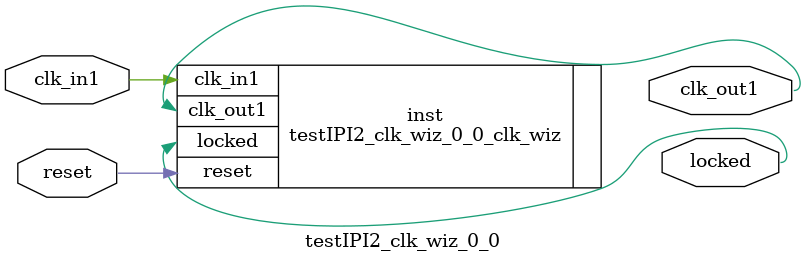
<source format=v>


`timescale 1ps/1ps

(* CORE_GENERATION_INFO = "testIPI2_clk_wiz_0_0,clk_wiz_v6_0_6_0_0,{component_name=testIPI2_clk_wiz_0_0,use_phase_alignment=true,use_min_o_jitter=false,use_max_i_jitter=false,use_dyn_phase_shift=false,use_inclk_switchover=false,use_dyn_reconfig=false,enable_axi=0,feedback_source=FDBK_AUTO,PRIMITIVE=MMCM,num_out_clk=1,clkin1_period=10.000,clkin2_period=10.000,use_power_down=false,use_reset=true,use_locked=true,use_inclk_stopped=false,feedback_type=SINGLE,CLOCK_MGR_TYPE=NA,manual_override=false}" *)

module testIPI2_clk_wiz_0_0 
 (
  // Clock out ports
  output        clk_out1,
  // Status and control signals
  input         reset,
  output        locked,
 // Clock in ports
  input         clk_in1
 );

  testIPI2_clk_wiz_0_0_clk_wiz inst
  (
  // Clock out ports  
  .clk_out1(clk_out1),
  // Status and control signals               
  .reset(reset), 
  .locked(locked),
 // Clock in ports
  .clk_in1(clk_in1)
  );

endmodule

</source>
